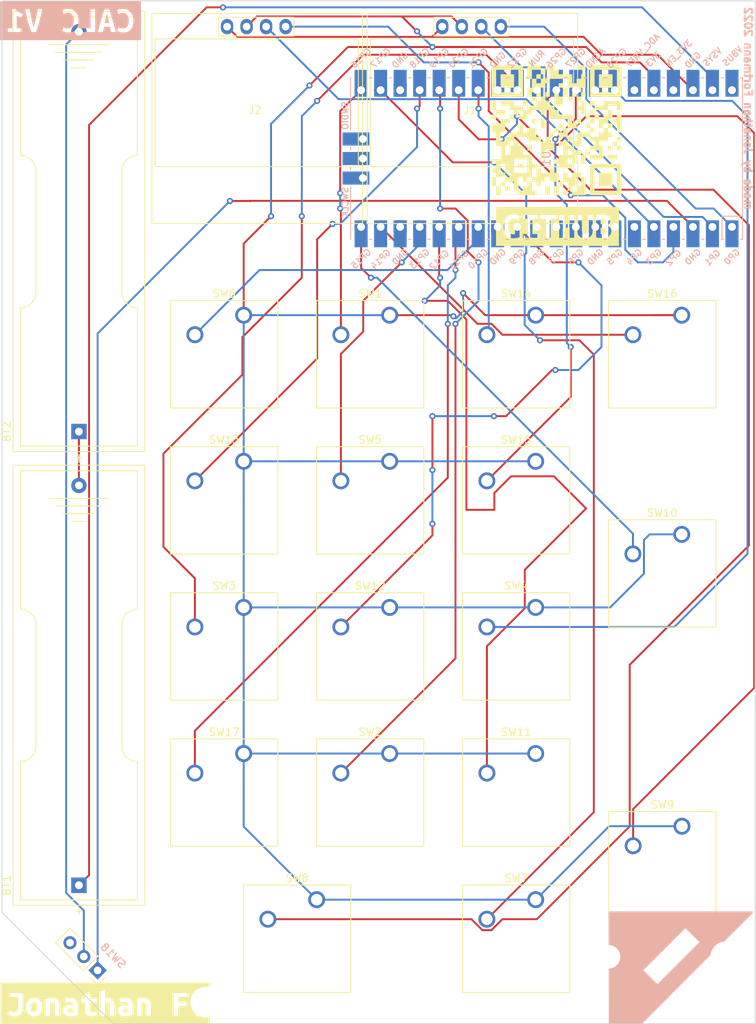
<source format=kicad_pcb>
(kicad_pcb (version 20211014) (generator pcbnew)
  (layers (0 "F.Cu" signal) (31 "B.Cu" signal) (34 "B.Paste" user) (35 "F.Paste" user) (36 "B.SilkS" user "B.Silkscreen") (37 "F.SilkS" user "F.Silkscreen") (38 "B.Mask" user) (39 "F.Mask" user) (44 "Edge.Cuts" user))
  (net 0 "")
  (net 1 "Net-(J1-Pad4)")
  (net 2 "Net-(J1-Pad3)")
  (net 3 "Net-(J1-Pad1)")
  (net 4 "Net-(J1-Pad2)")
  (net 5 "Net-(J2-Pad4)")
  (net 6 "Net-(J2-Pad3)")
  (net 25 "Net-(SW1-Pad2)")
  (net 26 "Net-(SW2-Pad2)")
  (net 27 "Net-(SW3-Pad2)")
  (net 28 "Net-(SW4-Pad2)")
  (net 29 "Net-(SW5-Pad2)")
  (net 30 "Net-(SW6-Pad2)")
  (net 31 "Net-(SW7-Pad2)")
  (net 32 "Net-(SW8-Pad2)")
  (net 33 "Net-(SW9-Pad2)")
  (net 34 "Net-(SW10-Pad2)")
  (net 35 "Net-(SW11-Pad2)")
  (net 36 "Net-(SW12-Pad2)")
  (net 37 "Net-(SW13-Pad2)")
  (net 38 "Net-(SW14-Pad2)")
  (net 39 "Net-(SW15-Pad2)")
  (net 40 "Net-(SW16-Pad2)")
  (net 41 "Net-(SW17-Pad2)")
  (net 42 "Net-(BT1-Pad1)")
  (net 43 "Net-(BT1-Pad2)")
  (net 44 "Net-(BT2-Pad2)")
  (net 45 "Net-(U1-Pad3)")
  (footprint "Button_Switch_Keyboard:SW_Cherry_MX_1.00u_PCB" (layer "F.Cu") (at 111.755 117.35)
    (fp_text reference "SW12")
    (fp_text value "SW_Push")
  )
  (footprint "Button_Switch_Keyboard:SW_Cherry_MX_1.00u_PCB" (layer "F.Cu") (at 130.755 155.35)
    (fp_text reference "SW7")
    (fp_text value "SW_Push")
  )
  (footprint "Button_Switch_Keyboard:SW_Cherry_MX_1.00u_PCB" (layer "F.Cu") (at 130.755 136.35)
    (fp_text reference "SW11")
    (fp_text value "SW_Push")
  )
  (footprint "Button_Switch_Keyboard:SW_Cherry_MX_1.00u_PCB" (layer "F.Cu") (at 130.755 98.35)
    (fp_text reference "SW15")
    (fp_text value "SW_Push")
  )
  (footprint "Button_Switch_Keyboard:SW_Cherry_MX_1.00u_PCB" (layer "F.Cu") (at 92.755 117.35)
    (fp_text reference "SW3")
    (fp_text value "SW_Push")
  )
  (footprint "kibuzzard-630FA8E9" (layer "F.Cu") (at 74.7275 168.83)
    (fp_text reference "kibuzzard-630FA8E9" hide)
    (fp_text value "G***" hide)
  )
  (footprint "Button_Switch_Keyboard:SW_Cherry_MX_1.00u_PCB" (layer "F.Cu") (at 92.755 98.35)
    (fp_text reference "SW13")
    (fp_text value "SW_Push")
  )
  (footprint "Button_Switch_Keyboard:SW_Cherry_MX_1.00u_PCB" (layer "F.Cu") (at 111.755 79.35)
    (fp_text reference "SW1")
    (fp_text value "SW_Push")
  )
  (footprint "Button_Switch_Keyboard:SW_Cherry_MX_2.00u_Vertical_PCB" (layer "F.Cu") (at 149.755 107.85)
    (fp_text reference "SW10")
    (fp_text value "SW_Push")
  )
  (footprint "Button_Switch_Keyboard:SW_Cherry_MX_1.00u_PCB" (layer "F.Cu") (at 111.755 136.35)
    (fp_text reference "SW2")
    (fp_text value "SW_Push")
  )
  (footprint "Connector_PinSocket_2.54mm:PinSocket_1x03_P2.54mm_Vertical" (layer "F.Cu") (at 73.747102 164.542102 -135)
    (fp_text reference "SW18")
    (fp_text value "SW_DPDT_x2")
  )
  (footprint "Button_Switch_Keyboard:SW_Cherry_MX_2.00u_PCB" (layer "F.Cu") (at 102.255 155.35)
    (fp_text reference "SW8")
    (fp_text value "SW_Push")
  )
  (footprint "Battery:BatteryHolder_Keystone_2460_1xAA" (layer "F.Cu") (at 71.315 153.48 90)
    (fp_text reference "BT1")
    (fp_text value "Battery")
  )
  (footprint "Button_Switch_Keyboard:SW_Cherry_MX_1.00u_PCB" (layer "F.Cu") (at 92.755 79.35)
    (fp_text reference "SW6")
    (fp_text value "SW_Push")
  )
  (footprint "kibuzzard-63110344" (layer "F.Cu") (at 133.5875 67.81)
    (fp_text reference "kibuzzard-63110344" hide)
    (fp_text value "G***" hide)
  )
  (footprint "Button_Switch_Keyboard:SW_Cherry_MX_2.00u_Vertical_PCB" (layer "F.Cu") (at 149.785 145.8)
    (fp_text reference "SW9")
    (fp_text value "SW_Push")
  )
  (footprint "Battery:BatteryHolder_Keystone_2460_1xAA" (layer "F.Cu") (at 71.315 94.48 90)
    (fp_text reference "BT2")
    (fp_text value "Battery")
  )
  (footprint "Button_Switch_Keyboard:SW_Cherry_MX_1.00u_PCB" (layer "F.Cu") (at 130.755 79.35)
    (fp_text reference "SW14")
    (fp_text value "SW_Push")
  )
  (footprint "SSD1306:128x64OLED" (layer "F.Cu") (at 94.215 52.43)
    (fp_text reference "J2")
    (fp_text value "Conn_01x04_MountingPin")
  )
  (footprint "Button_Switch_Keyboard:SW_Cherry_MX_1.00u_PCB" (layer "F.Cu") (at 92.755 136.35)
    (fp_text reference "SW17")
    (fp_text value "SW_Push")
  )
  (footprint "Button_Switch_Keyboard:SW_Cherry_MX_1.00u_PCB" (layer "F.Cu") (at 111.755 98.35)
    (fp_text reference "SW5")
    (fp_text value "SW_Push")
  )
  (footprint "SSD1306:128x64OLED" (layer "F.Cu") (at 122.215 52.43)
    (fp_text reference "J1")
    (fp_text value "Conn_01x04_MountingPin")
  )
  (footprint "Button_Switch_Keyboard:SW_Cherry_MX_1.00u_PCB" (layer "F.Cu") (at 149.755 79.35)
    (fp_text reference "SW16")
    (fp_text value "SW_Push")
  )
  (footprint "Button_Switch_Keyboard:SW_Cherry_MX_1.00u_PCB" (layer "F.Cu") (at 130.755 117.35)
    (fp_text reference "SW4")
    (fp_text value "SW_Push")
  )
  (footprint "kibuzzard-630FA917" (layer "B.Cu") (at 70.2275 41.055 180)
    (fp_text reference "kibuzzard-630FA917" hide)
    (fp_text value "G***" hide)
  )
  (footprint "MCU_RaspberryPi_and_Boards:RPi_Pico_SMD_TH" (layer "B.Cu") (at 132.165 58.98 90)
    (fp_text reference "U1")
    (fp_text value "Pico")
  )
  (gr_poly (pts (xy 146.3225 166.705) (xy 147.7875 168.17) (xy 153.8375 162.12) (xy 152.3725 160.655)) (layer "B.SilkS") (width 0.15) (fill solid))
  (gr_poly (pts (xy 140.3675 171.43) (xy 144.5275 171.43) (xy 148.041428 167.916182) (xy 144.635352 164.508911) (xy 150.234373 158.920364) (xy 153.640449 162.317635) (xy 158.9775 156.98) (xy 140.3375 156.98)) (layer "B.SilkS") (width 0.2) (fill solid))
  (gr_poly (pts (xy 132.590416 56.174167) (xy 133.1725 56.174167) (xy 133.1725 55.592083) (xy 132.590416 55.592083)) (layer "F.SilkS") (width 0.01) (fill solid))
  (gr_poly (pts (xy 133.1725 63.74125) (xy 133.754583 63.74125) (xy 133.754583 62.577084) (xy 133.1725 62.577084)) (layer "F.SilkS") (width 0.01) (fill solid))
  (gr_poly (pts (xy 126.769582 63.159167) (xy 127.351666 63.159167) (xy 127.351666 62.577084) (xy 126.769582 62.577084)) (layer "F.SilkS") (width 0.01) (fill solid))
  (gr_poly (pts (xy 138.993333 62.577084) (xy 140.739583 62.577084) (xy 140.739583 60.830833) (xy 138.993333 60.830833)) (layer "F.SilkS") (width 0.01) (fill solid))
  (gr_poly (pts (xy 136.082916 56.75625) (xy 135.500833 56.75625) (xy 135.500833 57.338333) (xy 136.665 57.338333) (xy 136.665 56.174167) (xy 137.829166 56.174167) (xy 137.829166 55.592083) (xy 136.082916 55.592083)) (layer "F.SilkS") (width 0.01) (fill solid))
  (gr_poly (pts (xy 138.41125 53.845834) (xy 138.993333 53.845834) (xy 138.993333 53.26375) (xy 138.41125 53.26375)) (layer "F.SilkS") (width 0.01) (fill solid))
  (gr_poly (pts (xy 136.665 57.920416) (xy 135.500833 57.920416) (xy 135.500833 57.338333) (xy 134.918749 57.338333) (xy 134.918749 56.75625) (xy 133.754583 56.75625) (xy 133.754583 57.338333) (xy 134.336666 57.338333) (xy 134.336666 58.5025) (xy 133.754583 58.5025) (xy 133.754583 59.084583) (xy 133.1725 59.084583) (xy 133.1725 59.666667) (xy 133.754583 59.666667) (xy 133.754583 60.24875) (xy 135.500833 60.24875) (xy 135.500833 59.666667) (xy 134.918749 59.666667) (xy 134.918749 59.084583) (xy 135.500833 59.084583) (xy 135.500833 59.666667) (xy 136.082916 59.666667) (xy 136.082916 58.5025) (xy 135.500833 58.5025) (xy 134.918749 58.5025) (xy 134.918749 57.920416) (xy 135.500833 57.920416) (xy 135.500833 58.5025) (xy 136.082916 58.5025) (xy 136.665 58.5025)) (layer "F.SilkS") (width 0.01) (fill solid))
  (gr_poly (pts (xy 134.336666 55.592083) (xy 133.754583 55.592083) (xy 133.754583 56.174167) (xy 134.918749 56.174167) (xy 134.918749 55.01) (xy 134.336666 55.01)) (layer "F.SilkS") (width 0.01) (fill solid))
  (gr_poly (pts (xy 132.008333 63.74125) (xy 132.590416 63.74125) (xy 132.590416 62.577084) (xy 132.008333 62.577084)) (layer "F.SilkS") (width 0.01) (fill solid))
  (gr_poly (pts (xy 131.42625 48.025) (xy 132.008333 48.025) (xy 132.008333 47.442917) (xy 131.42625 47.442917)) (layer "F.SilkS") (width 0.01) (fill solid))
  (gr_poly (pts (xy 130.844167 48.607083) (xy 131.42625 48.607083) (xy 131.42625 48.025) (xy 130.844167 48.025)) (layer "F.SilkS") (width 0.01) (fill solid))
  (gr_poly (pts (xy 130.262083 54.427917) (xy 130.844167 54.427917) (xy 130.844167 53.845834) (xy 130.262083 53.845834)) (layer "F.SilkS") (width 0.01) (fill solid))
  (gr_poly (pts (xy 127.351666 53.845834) (xy 127.93375 53.845834) (xy 127.93375 53.26375) (xy 127.351666 53.26375)) (layer "F.SilkS") (width 0.01) (fill solid))
  (gr_poly (pts (xy 135.500833 50.935417) (xy 136.082916 50.935417) (xy 136.082916 50.353333) (xy 135.500833 50.353333)) (layer "F.SilkS") (width 0.01) (fill solid))
  (gr_poly (pts (xy 139.575416 52.099583) (xy 138.41125 52.099583) (xy 138.41125 52.681667) (xy 140.1575 52.681667) (xy 140.1575 52.099583) (xy 141.321666 52.099583) (xy 141.321666 52.681667) (xy 141.90375 52.681667) (xy 141.90375 51.5175) (xy 139.575416 51.5175)) (layer "F.SilkS") (width 0.01) (fill solid))
  (gr_poly (pts (xy 141.321666 53.845834) (xy 140.739583 53.845834) (xy 140.739583 54.427917) (xy 141.321666 54.427917) (xy 141.321666 55.592083) (xy 141.90375 55.592083) (xy 141.90375 53.26375) (xy 141.321666 53.26375)) (layer "F.SilkS") (width 0.01) (fill solid))
  (gr_poly (pts (xy 138.993333 49.77125) (xy 140.739583 49.77125) (xy 140.739583 48.025) (xy 138.993333 48.025)) (layer "F.SilkS") (width 0.01) (fill solid))
  (gr_poly (pts (xy 134.918749 51.5175) (xy 135.500833 51.5175) (xy 135.500833 50.935417) (xy 134.918749 50.935417)) (layer "F.SilkS") (width 0.01) (fill solid))
  (gr_poly (pts (xy 133.754583 55.01) (xy 134.336666 55.01) (xy 134.336666 54.427917) (xy 133.754583 54.427917)) (layer "F.SilkS") (width 0.01) (fill solid))
  (gr_poly (pts (xy 130.262083 51.5175) (xy 130.844167 51.5175) (xy 130.844167 50.935417) (xy 130.262083 50.935417)) (layer "F.SilkS") (width 0.01) (fill solid))
  (gr_poly (pts (xy 133.1725 55.592083) (xy 133.754583 55.592083) (xy 133.754583 55.01) (xy 133.1725 55.01)) (layer "F.SilkS") (width 0.01) (fill solid))
  (gr_poly (pts (xy 125.605416 63.74125) (xy 126.187499 63.74125) (xy 126.187499 62.577084) (xy 125.605416 62.577084)) (layer "F.SilkS") (width 0.01) (fill solid))
  (gr_poly (pts (xy 137.829166 50.935417) (xy 141.90375 50.935417) (xy 141.90375 50.353333) (xy 141.321666 50.353333) (xy 138.41125 50.353333) (xy 138.41125 47.442917) (xy 141.321666 47.442917) (xy 141.321666 50.353333) (xy 141.90375 50.353333) (xy 141.90375 46.860833) (xy 137.829166 46.860833)) (layer "F.SilkS") (width 0.01) (fill solid))
  (gr_poly (pts (xy 136.665 50.935417) (xy 137.247083 50.935417) (xy 137.247083 50.353333) (xy 136.665 50.353333)) (layer "F.SilkS") (width 0.01) (fill solid))
  (gr_poly (pts (xy 131.42625 55.01) (xy 132.008333 55.01) (xy 132.008333 53.845834) (xy 131.42625 53.845834)) (layer "F.SilkS") (width 0.01) (fill solid))
  (gr_poly (pts (xy 137.247083 53.845834) (xy 137.829166 53.845834) (xy 137.829166 53.26375) (xy 137.247083 53.26375)) (layer "F.SilkS") (width 0.01) (fill solid))
  (gr_poly (pts (xy 136.665 52.099583) (xy 136.082916 52.099583) (xy 136.082916 52.681667) (xy 136.665 52.681667) (xy 136.665 53.26375) (xy 137.247083 53.26375) (xy 137.247083 51.5175) (xy 136.665 51.5175)) (layer "F.SilkS") (width 0.01) (fill solid))
  (gr_poly (pts (xy 134.918749 49.77125) (xy 134.336666 49.77125) (xy 134.336666 49.189167) (xy 133.754583 49.189167) (xy 133.754583 49.77125) (xy 133.1725 49.77125) (xy 133.1725 52.099583) (xy 134.336666 52.099583) (xy 134.336666 50.935417) (xy 133.754583 50.935417) (xy 133.754583 49.77125) (xy 134.336666 49.77125) (xy 134.336666 50.935417) (xy 134.918749 50.935417)) (layer "F.SilkS") (width 0.01) (fill solid))
  (gr_poly (pts (xy 132.008333 56.75625) (xy 131.42625 56.75625) (xy 131.42625 59.084583) (xy 132.008333 59.084583) (xy 132.008333 57.920416) (xy 133.1725 57.920416) (xy 133.1725 56.75625) (xy 132.590416 56.75625) (xy 132.590416 56.174167) (xy 132.008333 56.174167)) (layer "F.SilkS") (width 0.01) (fill solid))
  (gr_poly (pts (xy 137.247083 55.01) (xy 137.829166 55.01) (xy 137.829166 54.427917) (xy 137.247083 54.427917)) (layer "F.SilkS") (width 0.01) (fill solid))
  (gr_poly (pts (xy 137.829166 55.592083) (xy 138.41125 55.592083) (xy 138.41125 55.01) (xy 137.829166 55.01)) (layer "F.SilkS") (width 0.01) (fill solid))
  (gr_poly (pts (xy 130.844167 61.412917) (xy 130.262083 61.412917) (xy 130.262083 61.995001) (xy 130.844167 61.995001) (xy 130.844167 62.577084) (xy 131.42625 62.577084) (xy 131.42625 61.995001) (xy 132.008333 61.995001) (xy 132.008333 61.412917) (xy 132.590416 61.412917) (xy 132.590416 61.995001) (xy 133.754583 61.995001) (xy 133.754583 60.830833) (xy 133.1725 60.830833) (xy 133.1725 60.24875) (xy 132.590416 60.24875) (xy 132.590416 60.830833) (xy 131.42625 60.830833) (xy 131.42625 60.24875) (xy 130.844167 60.24875)) (layer "F.SilkS") (width 0.01) (fill solid))
  (gr_poly (pts (xy 137.829166 54.427917) (xy 138.41125 54.427917) (xy 138.41125 53.845834) (xy 137.829166 53.845834)) (layer "F.SilkS") (width 0.01) (fill solid))
  (gr_poly (pts (xy 129.097916 52.099583) (xy 129.68 52.099583) (xy 129.68 51.5175) (xy 129.097916 51.5175)) (layer "F.SilkS") (width 0.01) (fill solid))
  (gr_poly (pts (xy 140.739583 57.338333) (xy 141.321666 57.338333) (xy 141.321666 56.75625) (xy 140.739583 56.75625)) (layer "F.SilkS") (width 0.01) (fill solid))
  (gr_poly (pts (xy 137.829166 52.099583) (xy 138.41125 52.099583) (xy 138.41125 51.5175) (xy 137.829166 51.5175)) (layer "F.SilkS") (width 0.01) (fill solid))
  (gr_poly (pts (xy 139.575416 55.592083) (xy 138.993333 55.592083) (xy 138.993333 56.174167) (xy 137.829166 56.174167) (xy 137.829166 56.75625) (xy 138.41125 56.75625) (xy 138.41125 57.338333) (xy 137.829166 57.338333) (xy 137.829166 57.920416) (xy 138.993333 57.920416) (xy 138.993333 58.5025) (xy 137.829166 58.5025) (xy 137.829166 59.084583) (xy 139.575416 59.084583) (xy 139.575416 57.338333) (xy 138.993333 57.338333) (xy 138.993333 56.75625) (xy 140.1575 56.75625) (xy 140.1575 56.174167) (xy 140.739583 56.174167) (xy 140.739583 55.592083) (xy 140.1575 55.592083) (xy 140.1575 55.01) (xy 139.575416 55.01)) (layer "F.SilkS") (width 0.01) (fill solid))
  (gr_poly (pts (xy 136.082916 47.442917) (xy 137.247083 47.442917) (xy 137.247083 46.860833) (xy 136.082916 46.860833)) (layer "F.SilkS") (width 0.01) (fill solid))
  (gr_poly (pts (xy 137.829166 53.26375) (xy 138.41125 53.26375) (xy 138.41125 52.681667) (xy 137.829166 52.681667)) (layer "F.SilkS") (width 0.01) (fill solid))
  (gr_poly (pts (xy 132.008333 50.935417) (xy 132.590416 50.935417) (xy 132.590416 50.353333) (xy 132.008333 50.353333)) (layer "F.SilkS") (width 0.01) (fill solid))
  (gr_poly (pts (xy 125.023333 50.935417) (xy 129.097916 50.935417) (xy 129.097916 50.353333) (xy 128.515833 50.353333) (xy 125.605416 50.353333) (xy 125.605416 47.442917) (xy 128.515833 47.442917) (xy 128.515833 50.353333) (xy 129.097916 50.353333) (xy 129.097916 46.860833) (xy 125.023333 46.860833)) (layer "F.SilkS") (width 0.01) (fill solid))
  (gr_poly (pts (xy 135.500833 61.412917) (xy 134.918749 61.412917) (xy 134.918749 60.830833) (xy 134.336666 60.830833) (xy 134.336666 61.995001) (xy 134.918749 61.995001) (xy 134.918749 63.159167) (xy 135.500833 63.159167) (xy 135.500833 63.74125) (xy 137.247083 63.74125) (xy 137.247083 63.159167) (xy 136.082916 63.159167) (xy 135.500833 63.159167) (xy 135.500833 62.577084) (xy 136.082916 62.577084) (xy 136.082916 63.159167) (xy 137.247083 63.159167) (xy 137.247083 62.577084) (xy 136.665 62.577084) (xy 136.082916 62.577084) (xy 136.082916 61.412917) (xy 136.665 61.412917) (xy 136.665 62.577084) (xy 137.247083 62.577084) (xy 137.247083 61.412917) (xy 136.665 61.412917) (xy 136.665 60.830833) (xy 135.500833 60.830833)) (layer "F.SilkS") (width 0.01) (fill solid))
  (gr_poly (pts (xy 136.082916 51.5175) (xy 136.665 51.5175) (xy 136.665 50.935417) (xy 136.082916 50.935417)) (layer "F.SilkS") (width 0.01) (fill solid))
  (gr_poly (pts (xy 137.247083 58.5025) (xy 137.829166 58.5025) (xy 137.829166 57.920416) (xy 137.247083 57.920416)) (layer "F.SilkS") (width 0.01) (fill solid))
  (gr_poly (pts (xy 140.1575 57.920416) (xy 140.739583 57.920416) (xy 140.739583 57.338333) (xy 140.1575 57.338333)) (layer "F.SilkS") (width 0.01) (fill solid))
  (gr_poly (pts (xy 130.844167 59.666667) (xy 130.262083 59.666667) (xy 130.262083 58.5025) (xy 129.097916 58.5025) (xy 127.351666 58.5025) (xy 126.769582 58.5025) (xy 126.769582 57.338333) (xy 127.351666 57.338333) (xy 127.351666 58.5025) (xy 129.097916 58.5025) (xy 129.097916 57.338333) (xy 128.515833 57.338333) (xy 127.93375 57.338333) (xy 127.351666 57.338333) (xy 127.351666 56.75625) (xy 127.93375 56.75625) (xy 127.93375 57.338333) (xy 128.515833 57.338333) (xy 128.515833 56.75625) (xy 127.93375 56.75625) (xy 127.93375 56.174167) (xy 129.68 56.174167) (xy 129.68 56.75625) (xy 131.42625 56.75625) (xy 131.42625 56.174167) (xy 130.844167 56.174167) (xy 130.844167 55.01) (xy 129.68 55.01) (xy 129.68 55.592083) (xy 129.097916 55.592083) (xy 129.097916 54.427917) (xy 128.515833 54.427917) (xy 128.515833 55.592083) (xy 127.351666 55.592083) (xy 127.351666 56.174167) (xy 126.769582 56.174167) (xy 126.769582 56.75625) (xy 126.187499 56.75625) (xy 126.187499 55.592083) (xy 126.769582 55.592083) (xy 126.769582 54.427917) (xy 127.351666 54.427917) (xy 127.351666 53.845834) (xy 126.187499 53.845834) (xy 126.187499 54.427917) (xy 125.023333 54.427917) (xy 125.023333 55.592083) (xy 125.605416 55.592083) (xy 125.605416 57.338333) (xy 126.187499 57.338333) (xy 126.187499 59.084583) (xy 125.023333 59.084583) (xy 125.023333 59.666667) (xy 125.605416 59.666667) (xy 125.605416 60.24875) (xy 125.023333 60.24875) (xy 125.023333 60.830833) (xy 125.605416 60.830833) (xy 125.605416 61.412917) (xy 126.769582 61.412917) (xy 126.769582 61.995001) (xy 127.93375 61.995001) (xy 127.93375 63.159167) (xy 128.515833 63.159167) (xy 128.515833 63.74125) (xy 130.844167 63.74125) (xy 130.844167 63.159167) (xy 130.262083 63.159167) (xy 130.262083 62.577084) (xy 129.68 62.577084) (xy 129.097916 62.577084) (xy 129.097916 63.159167) (xy 128.515833 63.159167) (xy 128.515833 61.412917) (xy 127.351666 61.412917) (xy 126.769582 61.412917) (xy 126.769582 60.830833) (xy 126.187499 60.830833) (xy 126.187499 59.666667) (xy 126.769582 59.666667) (xy 126.769582 60.830833) (xy 127.351666 60.830833) (xy 127.351666 61.412917) (xy 128.515833 61.412917) (xy 129.097916 61.412917) (xy 129.097916 61.995001) (xy 129.68 61.995001) (xy 129.68 62.577084) (xy 130.262083 62.577084) (xy 130.262083 61.995001) (xy 129.68 61.995001) (xy 129.68 61.412917) (xy 130.262083 61.412917) (xy 130.262083 60.830833) (xy 129.68 60.830833) (xy 127.93375 60.830833) (xy 127.93375 59.084583) (xy 129.68 59.084583) (xy 129.68 60.830833) (xy 130.262083 60.830833) (xy 130.262083 60.24875) (xy 130.844167 60.24875)) (layer "F.SilkS") (width 0.01) (fill solid))
  (gr_poly (pts (xy 131.42625 49.189167) (xy 130.844167 49.189167) (xy 130.844167 48.607083) (xy 130.262083 48.607083) (xy 130.262083 49.77125) (xy 129.68 49.77125) (xy 129.68 50.935417) (xy 130.262083 50.935417) (xy 130.262083 50.353333) (xy 130.844167 50.353333) (xy 130.844167 50.935417) (xy 131.42625 50.935417) (xy 131.42625 49.77125) (xy 132.008333 49.77125) (xy 132.008333 49.189167) (xy 132.590416 49.189167) (xy 132.590416 48.607083) (xy 131.42625 48.607083)) (layer "F.SilkS") (width 0.01) (fill solid))
  (gr_poly (pts (xy 140.1575 59.084583) (xy 141.321666 59.084583) (xy 141.321666 58.5025) (xy 140.1575 58.5025)) (layer "F.SilkS") (width 0.01) (fill solid))
  (gr_poly (pts (xy 125.023333 53.845834) (xy 125.605416 53.845834) (xy 125.605416 53.26375) (xy 125.023333 53.26375)) (layer "F.SilkS") (width 0.01) (fill solid))
  (gr_poly (pts (xy 140.1575 55.01) (xy 140.739583 55.01) (xy 140.739583 54.427917) (xy 140.1575 54.427917)) (layer "F.SilkS") (width 0.01) (fill solid))
  (gr_poly (pts (xy 136.082916 54.427917) (xy 136.665 54.427917) (xy 136.665 53.845834) (xy 136.082916 53.845834)) (layer "F.SilkS") (width 0.01) (fill solid))
  (gr_poly (pts (xy 141.321666 56.75625) (xy 141.90375 56.75625) (xy 141.90375 56.174167) (xy 141.321666 56.174167)) (layer "F.SilkS") (width 0.01) (fill solid))
  (gr_poly (pts (xy 132.008333 47.442917) (xy 132.590416 47.442917) (xy 132.590416 48.607083) (xy 134.918749 48.607083) (xy 134.918749 49.77125) (xy 136.082916 49.77125) (xy 136.082916 50.353333) (xy 136.665 50.353333) (xy 136.665 49.77125) (xy 137.247083 49.77125) (xy 137.247083 48.025) (xy 136.665 48.025) (xy 136.665 48.607083) (xy 136.082916 48.607083) (xy 136.082916 49.189167) (xy 135.500833 49.189167) (xy 135.500833 48.025) (xy 133.754583 48.025) (xy 133.754583 47.442917) (xy 133.1725 47.442917) (xy 133.1725 46.860833) (xy 132.008333 46.860833)) (layer "F.SilkS") (width 0.01) (fill solid))
  (gr_poly (pts (xy 125.605416 61.412917) (xy 125.023333 61.412917) (xy 125.023333 62.577084) (xy 125.605416 62.577084)) (layer "F.SilkS") (width 0.01) (fill solid))
  (gr_poly (pts (xy 131.42625 51.5175) (xy 130.844167 51.5175) (xy 130.844167 52.099583) (xy 129.68 52.099583) (xy 129.68 52.681667) (xy 129.097916 52.681667) (xy 129.097916 53.26375) (xy 128.515833 53.26375) (xy 128.515833 53.845834) (xy 129.68 53.845834) (xy 129.68 53.26375) (xy 130.262083 53.26375) (xy 130.262083 52.681667) (xy 131.42625 52.681667) (xy 131.42625 53.26375) (xy 132.008333 53.26375) (xy 132.008333 52.681667) (xy 132.590416 52.681667) (xy 132.590416 53.845834) (xy 134.918749 53.845834) (xy 134.918749 55.01) (xy 136.082916 55.01) (xy 136.082916 54.427917) (xy 135.500833 54.427917) (xy 135.500833 53.26375) (xy 133.754583 53.26375) (xy 133.754583 52.681667) (xy 133.1725 52.681667) (xy 133.1725 52.099583) (xy 132.590416 52.099583) (xy 132.590416 51.5175) (xy 132.008333 51.5175) (xy 132.008333 50.935417) (xy 131.42625 50.935417)) (layer "F.SilkS") (width 0.01) (fill solid))
  (gr_poly (pts (xy 125.023333 52.681667) (xy 125.605416 52.681667) (xy 125.605416 51.5175) (xy 125.023333 51.5175)) (layer "F.SilkS") (width 0.01) (fill solid))
  (gr_poly (pts (xy 137.829166 63.74125) (xy 141.90375 63.74125) (xy 141.90375 63.159167) (xy 141.321666 63.159167) (xy 138.41125 63.159167) (xy 138.41125 60.24875) (xy 141.321666 60.24875) (xy 141.321666 63.159167) (xy 141.90375 63.159167) (xy 141.90375 59.666667) (xy 137.829166 59.666667)) (layer "F.SilkS") (width 0.01) (fill solid))
  (gr_poly (pts (xy 129.68 57.920416) (xy 130.262083 57.920416) (xy 130.262083 57.338333) (xy 129.68 57.338333)) (layer "F.SilkS") (width 0.01) (fill solid))
  (gr_poly (pts (xy 125.605416 53.26375) (xy 126.769582 53.26375) (xy 126.769582 52.681667) (xy 125.605416 52.681667)) (layer "F.SilkS") (width 0.01) (fill solid))
  (gr_poly (pts (xy 131.42625 46.860833) (xy 129.68 46.860833) (xy 129.68 48.607083) (xy 130.262083 48.607083) (xy 130.262083 47.442917) (xy 131.42625 47.442917)) (layer "F.SilkS") (width 0.01) (fill solid))
  (gr_poly (pts (xy 126.769582 62.577084) (xy 126.769582 61.995001) (xy 126.187499 61.995001) (xy 126.187499 62.577084)) (layer "F.SilkS") (width 0.01) (fill solid))
  (gr_poly (pts (xy 128.515833 60.24875) (xy 129.097916 60.24875) (xy 129.097916 59.666667) (xy 128.515833 59.666667)) (layer "F.SilkS") (width 0.01) (fill solid))
  (gr_poly (pts (xy 134.336666 63.74125) (xy 134.918749 63.74125) (xy 134.918749 63.159167) (xy 134.336666 63.159167)) (layer "F.SilkS") (width 0.01) (fill solid))
  (gr_poly (pts (xy 136.665 59.666667) (xy 137.247083 59.666667) (xy 137.247083 58.5025) (xy 136.665 58.5025)) (layer "F.SilkS") (width 0.01) (fill solid))
  (gr_poly (pts (xy 126.187499 52.099583) (xy 127.351666 52.099583) (xy 127.351666 52.681667) (xy 127.93375 52.681667) (xy 127.93375 53.26375) (xy 128.515833 53.26375) (xy 128.515833 52.681667) (xy 129.097916 52.681667) (xy 129.097916 52.099583) (xy 127.93375 52.099583) (xy 127.93375 51.5175) (xy 126.187499 51.5175)) (layer "F.SilkS") (width 0.01) (fill solid))
  (gr_poly (pts (xy 141.321666 57.920416) (xy 141.90375 57.920416) (xy 141.90375 57.338333) (xy 141.321666 57.338333)) (layer "F.SilkS") (width 0.01) (fill solid))
  (gr_poly (pts (xy 140.1575 53.845834) (xy 140.739583 53.845834) (xy 140.739583 52.681667) (xy 140.1575 52.681667) (xy 140.1575 53.26375) (xy 139.575416 53.26375) (xy 139.575416 53.845834) (xy 138.993333 53.845834) (xy 138.993333 55.01) (xy 139.575416 55.01) (xy 139.575416 54.427917) (xy 140.1575 54.427917)) (layer "F.SilkS") (width 0.01) (fill solid))
  (gr_poly (pts (xy 126.187499 49.77125) (xy 127.93375 49.77125) (xy 127.93375 48.025) (xy 126.187499 48.025)) (layer "F.SilkS") (width 0.01) (fill solid))
  (gr_poly (pts (xy 133.754583 62.577084) (xy 134.336666 62.577084) (xy 134.336666 61.995001) (xy 133.754583 61.995001)) (layer "F.SilkS") (width 0.01) (fill solid))
  (gr_poly (pts (xy 134.918749 56.75625) (xy 135.500833 56.75625) (xy 135.500833 56.174167) (xy 134.918749 56.174167)) (layer "F.SilkS") (width 0.01) (fill solid))
  (gr_line (start 61.315 38.48) (end 159.315 38.48) (layer "Edge.Cuts") (width 0.1))
  (gr_line (start 80.315 171.48) (end 75.795 171.48) (layer "Edge.Cuts") (width 0.1))
  (gr_line (start 159.315 171.48) (end 80.315 171.48) (layer "Edge.Cuts") (width 0.1))
  (gr_line (start 75.795 171.48) (end 61.315 157) (layer "Edge.Cuts") (width 0.1))
  (gr_line (start 159.315 38.48) (end 159.315 171.48) (layer "Edge.Cuts") (width 0.1))
  (gr_line (start 61.315 156.48) (end 61.315 38.48) (layer "Edge.Cuts") (width 0.1))
  (gr_line (start 61.315 156.48) (end 61.315 157) (layer "Edge.Cuts") (width 0.1))
  (gr_text "made by Jonathan Fortmann 2022" (at 158.3975 52.46 -90) (layer "B.SilkS") (effects (font (size 1 1) (thickness 0.25)) (justify mirror)))
  (segment (start 137.34 47.305) (end 137.34 51.265) (width 0.25) (layer "B.Cu") (net 1))
  (segment (start 131.865 41.83) (end 137.34 47.305) (width 0.25) (layer "B.Cu") (net 1))
  (segment (start 151.555 65.48) (end 153.905 65.48) (width 0.25) (layer "B.Cu") (net 1))
  (segment (start 153.905 65.48) (end 156.295 67.87) (width 0.25) (layer "B.Cu") (net 1))
  (segment (start 137.34 51.265) (end 151.555 65.48) (width 0.25) (layer "B.Cu") (net 1))
  (segment (start 126.215 41.83) (end 131.865 41.83) (width 0.25) (layer "B.Cu") (net 1))
  (segment (start 132.07 51.235) (end 147.410136 66.575136) (width 0.25) (layer "B.Cu") (net 2))
  (segment (start 123.675 41.83) (end 128.96 47.115) (width 0.25) (layer "B.Cu") (net 2))
  (segment (start 128.96 47.115) (end 132.07 47.115) (width 0.25) (layer "B.Cu") (net 2))
  (segment (start 152.460136 66.575136) (end 153.755 67.87) (width 0.25) (layer "B.Cu") (net 2))
  (segment (start 147.410136 66.575136) (end 152.460136 66.575136) (width 0.25) (layer "B.Cu") (net 2))
  (segment (start 132.07 47.115) (end 132.07 51.235) (width 0.25) (layer "B.Cu") (net 2))
  (segment (start 90.595 41.83) (end 91.92 43.155) (width 0.25) (layer "F.Cu") (net 3))
  (segment (start 139.315 45.48) (end 146.605 45.48) (width 0.25) (layer "F.Cu") (net 3))
  (segment (start 117.27 43.155) (end 118.595 41.83) (width 0.25) (layer "F.Cu") (net 3))
  (segment (start 117.27 43.155) (end 136.99 43.155) (width 0.25) (layer "F.Cu") (net 3))
  (segment (start 91.92 43.155) (end 117.27 43.155) (width 0.25) (layer "F.Cu") (net 3))
  (segment (start 146.605 45.48) (end 151.215 50.09) (width 0.25) (layer "F.Cu") (net 3))
  (segment (start 136.99 43.155) (end 139.315 45.48) (width 0.25) (layer "F.Cu") (net 3))
  (segment (start 92.755 70.04) (end 96.315 66.48) (width 0.25) (layer "F.Cu") (net 4))
  (segment (start 121.315 76.48) (end 124.185 79.35) (width 0.25) (layer "F.Cu") (net 4))
  (segment (start 113.34 40.505) (end 115.2655 42.4305) (width 0.25) (layer "F.Cu") (net 4))
  (segment (start 115.2655 42.4305) (end 115.315 42.4305) (width 0.25) (layer "F.Cu") (net 4))
  (segment (start 119.902623 79.35) (end 120.0395 79.486877) (width 0.25) (layer "F.Cu") (net 4))
  (segment (start 94.46 40.505) (end 113.34 40.505) (width 0.25) (layer "F.Cu") (net 4))
  (segment (start 149.755 79.35) (end 146.185 79.35) (width 0.25) (layer "F.Cu") (net 4))
  (segment (start 117.315 44.48) (end 123.315 44.48) (width 0.25) (layer "F.Cu") (net 4))
  (segment (start 124.185 79.35) (end 130.755 79.35) (width 0.25) (layer "F.Cu") (net 4))
  (segment (start 113.34 40.505) (end 119.81 40.505) (width 0.25) (layer "F.Cu") (net 4))
  (segment (start 93.135 41.83) (end 94.46 40.505) (width 0.25) (layer "F.Cu") (net 4))
  (segment (start 137.315 44.48) (end 139.315 46.48) (width 0.25) (layer "F.Cu") (net 4))
  (segment (start 123.315 44.48) (end 137.315 44.48) (width 0.25) (layer "F.Cu") (net 4))
  (segment (start 111.755 79.35) (end 119.902623 79.35) (width 0.25) (layer "F.Cu") (net 4))
  (segment (start 92.755 79.35) (end 92.755 70.04) (width 0.25) (layer "F.Cu") (net 4))
  (segment (start 119.81 40.505) (end 121.135 41.83) (width 0.25) (layer "F.Cu") (net 4))
  (segment (start 106.315 44.48) (end 123.315 44.48) (width 0.25) (layer "F.Cu") (net 4))
  (segment (start 144.315 46.48) (end 146.135 48.3) (width 0.25) (layer "F.Cu") (net 4))
  (segment (start 130.755 79.35) (end 149.755 79.35) (width 0.25) (layer "F.Cu") (net 4))
  (segment (start 101.315 49.48) (end 106.315 44.48) (width 0.25) (layer "F.Cu") (net 4))
  (segment (start 139.315 46.48) (end 144.315 46.48) (width 0.25) (layer "F.Cu") (net 4))
  (segment (start 146.135 48.3) (end 146.135 50.09) (width 0.25) (layer "F.Cu") (net 4))
  (via (at 101.315 49.48) (size 0.8) (drill 0.4) (layers "F.Cu" "B.Cu") (net 4))
  (via (at 115.315 42.4305) (size 0.8) (drill 0.4) (layers "F.Cu" "B.Cu") (net 4))
  (via (at 117.315 44.48) (size 0.8) (drill 0.4) (layers "F.Cu" "B.Cu") (net 4))
  (via (at 120.0395 79.486877) (size 0.8) (drill 0.4) (layers "F.Cu" "B.Cu") (net 4))
  (via (at 121.315 76.48) (size 0.8) (drill 0.4) (layers "F.Cu" "B.Cu") (net 4))
  (via (at 96.315 66.48) (size 0.8) (drill 0.4) (layers "F.Cu" "B.Cu") (net 4))
  (segment (start 120.307623 79.755) (end 120.403604 79.755) (width 0.25) (layer "B.Cu") (net 4))
  (segment (start 145.577484 107.85) (end 144.839999 108.587485) (width 0.25) (layer "B.Cu") (net 4))
  (segment (start 92.755 145.85) (end 102.255 155.35) (width 0.25) (layer "B.Cu") (net 4))
  (segment (start 102.255 155.35) (end 130.755 155.35) (width 0.25) (layer "B.Cu") (net 4))
  (segment (start 92.755 136.35) (end 92.755 145.85) (width 0.25) (layer "B.Cu") (net 4))
  (segment (start 92.755 79.35) (end 92.755 98.35) (width 0.25) (layer "B.Cu") (net 4))
  (segment (start 96.315 54.48) (end 101.315 49.48) (width 0.25) (layer "B.Cu") (net 4))
  (segment (start 130.755 155.35) (end 140.305 145.8) (width 0.25) (layer "B.Cu") (net 4))
  (segment (start 130.755 98.35) (end 111.755 98.35) (width 0.25) (layer "B.Cu") (net 4))
  (segment (start 92.755 136.35) (end 111.755 136.35) (width 0.25) (layer "B.Cu") (net 4))
  (segment (start 96.315 66.48) (end 96.315 54.48) (width 0.25) (layer "B.Cu") (net 4))
  (segment (start 115.315 42.48) (end 117.315 44.48) (width 0.25) (layer "B.Cu") (net 4))
  (segment (start 92.755 98.35) (end 92.755 117.35) (width 0.25) (layer "B.Cu") (net 4))
  (segment (start 120.403604 79.755) (end 121.315 78.843604) (width 0.25) (layer "B.Cu") (net 4))
  (segment (start 149.755 107.85) (end 145.577484 107.85) (width 0.25) (layer "B.Cu") (net 4))
  (segment (start 144.839999 112.955001) (end 140.445 117.35) (width 0.25) (layer "B.Cu") (net 4))
  (segment (start 115.315 42.4305) (end 115.315 42.48) (width 0.25) (layer "B.Cu") (net 4))
  (segment (start 140.445 117.35) (end 130.755 117.35) (width 0.25) (layer "B.Cu") (net 4))
  (segment (start 92.755 117.35) (end 92.755 136.35) (width 0.25) (layer "B.Cu") (net 4))
  (segment (start 144.839999 108.587485) (end 144.839999 112.955001) (width 0.25) (layer "B.Cu") (net 4))
  (segment (start 111.755 98.35) (end 92.755 98.35) (width 0.25) (layer "B.Cu") (net 4))
  (segment (start 120.0395 79.486877) (end 120.307623 79.755) (width 0.25) (layer "B.Cu") (net 4))
  (segment (start 92.755 79.35) (end 111.755 79.35) (width 0.25) (layer "B.Cu") (net 4))
  (segment (start 121.315 78.843604) (end 121.315 76.48) (width 0.25) (layer "B.Cu") (net 4))
  (segment (start 111.755 117.35) (end 92.755 117.35) (width 0.25) (layer "B.Cu") (net 4))
  (segment (start 111.755 136.35) (end 130.755 136.35) (width 0.25) (layer "B.Cu") (net 4))
  (segment (start 130.755 117.35) (end 111.755 117.35) (width 0.25) (layer "B.Cu") (net 4))
  (segment (start 140.305 145.8) (end 149.785 145.8) (width 0.25) (layer "B.Cu") (net 4))
  (segment (start 123.315 46.48) (end 124.64 47.805) (width 0.25) (layer "F.Cu") (net 5))
  (segment (start 124.64 52.805) (end 135.315 63.48) (width 0.25) (layer "F.Cu") (net 5))
  (segment (start 124.64 47.805) (end 124.64 52.805) (width 0.25) (layer "F.Cu") (net 5))
  (segment (start 135.315 63.48) (end 135.315 63.7555) (width 0.25) (layer "F.Cu") (net 5))
  (via (at 123.315 46.48) (size 0.8) (drill 0.4) (layers "F.Cu" "B.Cu") (net 5))
  (via (at 135.315 63.7555) (size 0.8) (drill 0.4) (layers "F.Cu" "B.Cu") (net 5))
  (segment (start 142.42 66.695) (end 142.42 70.845) (width 0.25) (layer "B.Cu") (net 5))
  (segment (start 144.055 72.48) (end 147.315 72.48) (width 0.25) (layer "B.Cu") (net 5))
  (segment (start 148.675 71.12) (end 148.675 67.87) (width 0.25) (layer "B.Cu") (net 5))
  (segment (start 98.215 41.83) (end 111.545 41.83) (width 0.25) (layer "B.Cu") (net 5))
  (segment (start 116.195 46.48) (end 123.315 46.48) (width 0.25) (layer "B.Cu") (net 5))
  (segment (start 147.315 72.48) (end 148.675 71.12) (width 0.25) (layer "B.Cu") (net 5))
  (segment (start 142.42 70.845) (end 144.055 72.48) (width 0.25) (layer "B.Cu") (net 5))
  (segment (start 139.4805 63.7555) (end 142.42 66.695) (width 0.25) (layer "B.Cu") (net 5))
  (segment (start 111.545 41.83) (end 116.195 46.48) (width 0.25) (layer "B.Cu") (net 5))
  (segment (start 135.315 63.7555) (end 139.4805 63.7555) (width 0.25) (layer "B.Cu") (net 5))
  (segment (start 129.53 51.265) (end 146.135 67.87) (width 0.25) (layer "B.Cu") (net 6))
  (segment (start 95.675 41.83) (end 105.11 51.265) (width 0.25) (layer "B.Cu") (net 6))
  (segment (start 105.11 51.265) (end 129.53 51.265) (width 0.25) (layer "B.Cu") (net 6))
  (segment (start 105.405 65.57) (end 105.315 65.48) (width 0.25) (layer "F.Cu") (net 25))
  (segment (start 105.315 63.48) (end 105.315 52.81) (width 0.25) (layer "F.Cu") (net 25))
  (segment (start 105.405 81.89) (end 105.405 65.57) (width 0.25) (layer "F.Cu") (net 25))
  (segment (start 105.315 52.81) (end 108.035 50.09) (width 0.25) (layer "F.Cu") (net 25))
  (via (at 105.315 65.48) (size 0.8) (drill 0.4) (layers "F.Cu" "B.Cu") (net 25))
  (via (at 105.315 63.48) (size 0.8) (drill 0.4) (layers "F.Cu" "B.Cu") (net 25))
  (segment (start 105.315 65.48) (end 105.315 63.48) (width 0.25) (layer "B.Cu") (net 25))
  (segment (start 118.315 50.21) (end 118.195 50.09) (width 0.25) (layer "F.Cu") (net 26))
  (segment (start 123.315 72.48) (end 121.91 71.075) (width 0.25) (layer "F.Cu") (net 26))
  (segment (start 121.91 71.075) (end 121.91 67.075) (width 0.25) (layer "F.Cu") (net 26))
  (segment (start 120.315 123.98) (end 120.315 105.48) (width 0.25) (layer "F.Cu") (net 26))
  (segment (start 120.315 65.48) (end 118.315 65.48) (width 0.25) (layer "F.Cu") (net 26))
  (segment (start 105.405 138.89) (end 120.315 123.98) (width 0.25) (layer "F.Cu") (net 26))
  (segment (start 118.315 52.48) (end 118.315 50.21) (width 0.25) (layer "F.Cu") (net 26))
  (segment (start 121.91 67.075) (end 120.315 65.48) (width 0.25) (layer "F.Cu") (net 26))
  (segment (start 120.315 105.48) (end 120.315 80.48) (width 0.25) (layer "F.Cu") (net 26))
  (via (at 123.315 72.48) (size 0.8) (drill 0.4) (layers "F.Cu" "B.Cu") (net 26))
  (via (at 118.315 52.48) (size 0.8) (drill 0.4) (layers "F.Cu" "B.Cu") (net 26))
  (via (at 118.315 65.48) (size 0.8) (drill 0.4) (layers "F.Cu" "B.Cu") (net 26))
  (via (at 120.315 80.48) (size 0.8) (drill 0.4) (layers "F.Cu" "B.Cu") (net 26))
  (segment (start 123.315 77.48) (end 123.315 72.48) (width 0.25) (layer "B.Cu") (net 26))
  (segment (start 120.315 80.48) (end 123.315 77.48) (width 0.25) (layer "B.Cu") (net 26))
  (segment (start 118.315 65.48) (end 118.315 52.48) (width 0.25) (layer "B.Cu") (net 26))
  (segment (start 82.315 97.355003) (end 92.590001 87.080002) (width 0.25) (layer "F.Cu") (net 27))
  (segment (start 92.590001 87.080002) (end 92.590001 82.204999) (width 0.25) (layer "F.Cu") (net 27))
  (segment (start 102.315 51.48) (end 108.315 45.48) (width 0.25) (layer "F.Cu") (net 27))
  (segment (start 124.315 45.48) (end 128.355 49.52) (width 0.25) (layer "F.Cu") (net 27))
  (segment (start 86.405 113.57) (end 82.315 109.48) (width 0.25) (layer "F.Cu") (net 27))
  (segment (start 82.315 109.48) (end 82.315 97.355003) (width 0.25) (layer "F.Cu") (net 27))
  (segment (start 86.405 119.89) (end 86.405 113.57) (width 0.25) (layer "F.Cu") (net 27))
  (segment (start 128.355 49.52) (end 128.355 50.09) (width 0.25) (layer "F.Cu") (net 27))
  (segment (start 92.590001 82.204999) (end 100.315 74.48) (width 0.25) (layer "F.Cu") (net 27))
  (segment (start 108.315 45.48) (end 124.315 45.48) (width 0.25) (layer "F.Cu") (net 27))
  (segment (start 100.315 74.48) (end 100.315 66.48) (width 0.25) (layer "F.Cu") (net 27))
  (via (at 102.315 51.48) (size 0.8) (drill 0.4) (layers "F.Cu" "B.Cu") (net 27))
  (via (at 100.315 66.48) (size 0.8) (drill 0.4) (layers "F.Cu" "B.Cu") (net 27))
  (segment (start 100.315 53.48) (end 102.315 51.48) (width 0.25) (layer "B.Cu") (net 27))
  (segment (start 100.315 66.48) (end 100.315 53.48) (width 0.25) (layer "B.Cu") (net 27))
  (segment (start 158.315 110.374825) (end 158.315 53.48) (width 0.25) (layer "B.Cu") (net 28))
  (segment (start 156.315 51.48) (end 142.445 51.48) (width 0.25) (layer "B.Cu") (net 28))
  (segment (start 142.445 51.48) (end 141.055 50.09) (width 0.25) (layer "B.Cu") (net 28))
  (segment (start 124.405 119.89) (end 148.799825 119.89) (width 0.25) (layer "B.Cu") (net 28))
  (segment (start 158.315 53.48) (end 156.315 51.48) (width 0.25) (layer "B.Cu") (net 28))
  (segment (start 148.799825 119.89) (end 158.315 110.374825) (width 0.25) (layer "B.Cu") (net 28))
  (segment (start 108.315 77.48) (end 113.315 72.48) (width 0.25) (layer "F.Cu") (net 29))
  (segment (start 105.405 84.39) (end 108.315 81.48) (width 0.25) (layer "F.Cu") (net 29))
  (segment (start 108.315 81.48) (end 108.315 77.48) (width 0.25) (layer "F.Cu") (net 29))
  (segment (start 105.405 100.89) (end 105.405 84.39) (width 0.25) (layer "F.Cu") (net 29))
  (via (at 113.315 72.48) (size 0.8) (drill 0.4) (layers "F.Cu" "B.Cu") (net 29))
  (segment (start 115.655 70.14) (end 115.655 67.87) (width 0.25) (layer "B.Cu") (net 29))
  (segment (start 113.315 72.48) (end 115.655 70.14) (width 0.25) (layer "B.Cu") (net 29))
  (segment (start 94.815 73.48) (end 119.275 73.48) (width 0.25) (layer "B.Cu") (net 30))
  (segment (start 86.405 81.89) (end 94.815 73.48) (width 0.25) (layer "B.Cu") (net 30))
  (segment (start 123.275 69.48) (end 123.275 67.87) (width 0.25) (layer "B.Cu") (net 30))
  (segment (start 119.275 73.48) (end 123.275 69.48) (width 0.25) (layer "B.Cu") (net 30))
  (segment (start 138.314999 84.479999) (end 136.4495 82.6145) (width 0.25) (layer "F.Cu") (net 31))
  (segment (start 125.3645 59.48) (end 119.965 59.48) (width 0.25) (layer "F.Cu") (net 31))
  (segment (start 138.314999 143.980001) (end 138.314999 84.479999) (width 0.25) (layer "F.Cu") (net 31))
  (segment (start 119.965 59.48) (end 110.575 50.09) (width 0.25) (layer "F.Cu") (net 31))
  (segment (start 136.4495 82.6145) (end 131.315 82.6145) (width 0.25) (layer "F.Cu") (net 31))
  (segment (start 124.405 157.89) (end 138.314999 143.980001) (width 0.25) (layer "F.Cu") (net 31))
  (via (at 125.3645 59.48) (size 0.8) (drill 0.4) (layers "F.Cu" "B.Cu") (net 31))
  (via (at 131.315 82.6145) (size 0.8) (drill 0.4) (layers "F.Cu" "B.Cu") (net 31))
  (segment (start 129.315 80.6145) (end 129.315 71.48) (width 0.25) (layer "B.Cu") (net 31))
  (segment (start 131.315 82.6145) (end 129.315 80.6145) (width 0.25) (layer "B.Cu") (net 31))
  (segment (start 129.315 71.48) (end 129.53 71.265) (width 0.25) (layer "B.Cu") (net 31))
  (segment (start 129.53 63.6455) (end 125.3645 59.48) (width 0.25) (layer "B.Cu") (net 31))
  (segment (start 129.53 71.265) (end 129.53 63.6455) (width 0.25) (layer "B.Cu") (net 31))
  (segment (start 153.884253 63.0305) (end 137.8655 63.0305) (width 0.25) (layer "F.Cu") (net 32))
  (segment (start 123.340305 56.48) (end 120.735 53.874695) (width 0.25) (layer "F.Cu") (net 32))
  (segment (start 137.8655 63.0305) (end 128.315 53.48) (width 0.25) (layer "F.Cu") (net 32))
  (segment (start 126.420255 157.89) (end 130.905 157.89) (width 0.25) (layer "F.Cu") (net 32))
  (segment (start 123.814745 159.315) (end 124.995255 159.315) (width 0.25) (layer "F.Cu") (net 32))
  (segment (start 142.985 145.81) (end 142.985 124.81) (width 0.25) (layer "F.Cu") (net 32))
  (segment (start 130.905 157.89) (end 142.985 145.81) (width 0.25) (layer "F.Cu") (net 32))
  (segment (start 158.496246 67.642493) (end 153.884253 63.0305) (width 0.25) (layer "F.Cu") (net 32))
  (segment (start 126.315 56.48) (end 123.340305 56.48) (width 0.25) (layer "F.Cu") (net 32))
  (segment (start 120.735 53.874695) (end 120.735 50.09) (width 0.25) (layer "F.Cu") (net 32))
  (segment (start 122.389745 157.89) (end 123.814745 159.315) (width 0.25) (layer "F.Cu") (net 32))
  (segment (start 158.496246 109.298754) (end 158.496246 67.642493) (width 0.25) (layer "F.Cu") (net 32))
  (segment (start 142.985 124.81) (end 158.496246 109.298754) (width 0.25) (layer "F.Cu") (net 32))
  (segment (start 124.995255 159.315) (end 126.420255 157.89) (width 0.25) (layer "F.Cu") (net 32))
  (segment (start 95.905 157.89) (end 122.389745 157.89) (width 0.25) (layer "F.Cu") (net 32))
  (via (at 128.315 53.48) (size 0.8) (drill 0.4) (layers "F.Cu" "B.Cu") (net 32))
  (via (at 126.315 56.48) (size 0.8) (drill 0.4) (layers "F.Cu" "B.Cu") (net 32))
  (segment (start 128.315 53.48) (end 128.315 54.48) (width 0.25) (layer "B.Cu") (net 32))
  (segment (start 128.315 54.48) (end 126.315 56.48) (width 0.25) (layer "B.Cu") (net 32))
  (segment (start 133.014695 57.205) (end 132.315 56.505305) (width 0.25) (layer "F.Cu") (net 33))
  (segment (start 137.340305 53.48) (end 133.615305 57.205) (width 0.25) (layer "F.Cu") (net 33))
  (segment (start 132.315 56.505305) (end 132.315 51.21) (width 0.25) (layer "F.Cu") (net 33))
  (segment (start 132.315 51.21) (end 133.435 50.09) (width 0.25) (layer "F.Cu") (net 33))
  (segment (start 159.19 55.673753) (end 156.996247 53.48) (width 0.25) (layer "F.Cu") (net 33))
  (segment (start 156.996247 53.48) (end 137.340305 53.48) (width 0.25) (layer "F.Cu") (net 33))
  (segment (start 159.19 127.812516) (end 159.19 55.673753) (width 0.25) (layer "F.Cu") (net 33))
  (segment (start 143.435 148.34) (end 143.435 143.567516) (width 0.25) (layer "F.Cu") (net 33))
  (segment (start 133.615305 57.205) (end 133.014695 57.205) (width 0.25) (layer "F.Cu") (net 33))
  (segment (start 143.435 143.567516) (end 159.19 127.812516) (width 0.25) (layer "F.Cu") (net 33))
  (segment (start 109.315 74.48) (end 108.035 73.2) (width 0.25) (layer "F.Cu") (net 34))
  (segment (start 108.035 73.2) (end 108.035 67.87) (width 0.25) (layer "F.Cu") (net 34))
  (via (at 109.315 74.48) (size 0.8) (drill 0.4) (layers "F.Cu" "B.Cu") (net 34))
  (segment (start 110.123551 74.48) (end 109.315 74.48) (width 0.25) (layer "B.Cu") (net 34))
  (segment (start 143.405 107.761449) (end 110.123551 74.48) (width 0.25) (layer "B.Cu") (net 34))
  (segment (start 143.405 110.39) (end 143.405 107.761449) (width 0.25) (layer "B.Cu") (net 34))
  (segment (start 121.734824 104.655001) (end 121.734824 79.899824) (width 0.25) (layer "F.Cu") (net 35))
  (segment (start 127.540256 100.299745) (end 125.374824 102.465177) (width 0.25) (layer "F.Cu") (net 35))
  (segment (start 129.33 112.465) (end 137.315 104.48) (width 0.25) (layer "F.Cu") (net 35))
  (segment (start 118.195 74.36) (end 118.195 67.87) (width 0.25) (layer "F.Cu") (net 35))
  (segment (start 121.734824 79.899824) (end 119.315 77.48) (width 0.25) (layer "F.Cu") (net 35))
  (segment (start 125.374824 102.465177) (end 125.374824 104.655001) (width 0.25) (layer "F.Cu") (net 35))
  (segment (start 129.33 117.465) (end 129.33 112.465) (width 0.25) (layer "F.Cu") (net 35))
  (segment (start 137.315 104.48) (end 133.134745 100.299745) (width 0.25) (layer "F.Cu") (net 35))
  (segment (start 125.374824 104.655001) (end 121.734824 104.655001) (width 0.25) (layer "F.Cu") (net 35))
  (segment (start 133.134745 100.299745) (end 127.540256 100.299745) (width 0.25) (layer "F.Cu") (net 35))
  (segment (start 124.405 122.39) (end 129.33 117.465) (width 0.25) (layer "F.Cu") (net 35))
  (segment (start 124.405 138.89) (end 124.405 122.39) (width 0.25) (layer "F.Cu") (net 35))
  (segment (start 118.315 74.48) (end 118.195 74.36) (width 0.25) (layer "F.Cu") (net 35))
  (segment (start 119.315 77.48) (end 116.315 77.48) (width 0.25) (layer "F.Cu") (net 35))
  (via (at 116.315 77.48) (size 0.8) (drill 0.4) (layers "F.Cu" "B.Cu") (net 35))
  (via (at 118.315 74.48) (size 0.8) (drill 0.4) (layers "F.Cu" "B.Cu") (net 35))
  (segment (start 118.315 75.48) (end 118.315 74.48) (width 0.25) (layer "B.Cu") (net 35))
  (segment (start 116.315 77.48) (end 118.315 75.48) (width 0.25) (layer "B.Cu") (net 35))
  (segment (start 132.882516 86.48) (end 133.315 86.48) (width 0.25) (layer "F.Cu") (net 36))
  (segment (start 132.965 72.48) (end 128.355 67.87) (width 0.25) (layer "F.Cu") (net 36))
  (segment (start 136.315 72.48) (end 132.965 72.48) (width 0.25) (layer "F.Cu") (net 36))
  (segment (start 117.315 107.98) (end 117.315 106.48) (width 0.25) (layer "F.Cu") (net 36))
  (segment (start 125.315 92.48) (end 126.882516 92.48) (width 0.25) (layer "F.Cu") (net 36))
  (segment (start 117.315 99.48) (end 117.315 92.48) (width 0.25) (layer "F.Cu") (net 36))
  (segment (start 126.882516 92.48) (end 132.882516 86.48) (width 0.25) (layer "F.Cu") (net 36))
  (segment (start 105.405 119.89) (end 117.315 107.98) (width 0.25) (layer "F.Cu") (net 36))
  (via (at 117.315 92.48) (size 0.8) (drill 0.4) (layers "F.Cu" "B.Cu") (net 36))
  (via (at 136.315 72.48) (size 0.8) (drill 0.4) (layers "F.Cu" "B.Cu") (net 36))
  (via (at 117.315 106.48) (size 0.8) (drill 0.4) (layers "F.Cu" "B.Cu") (net 36))
  (via (at 117.315 99.48) (size 0.8) (drill 0.4) (layers "F.Cu" "B.Cu") (net 36))
  (via (at 125.315 92.48) (size 0.8) (drill 0.4) (layers "F.Cu" "B.Cu") (net 36))
  (via (at 133.315 86.48) (size 0.8) (drill 0.4) (layers "F.Cu" "B.Cu") (net 36))
  (segment (start 139.315 83.48) (end 139.315 75.48) (width 0.25) (layer "B.Cu") (net 36))
  (segment (start 136.315 86.48) (end 139.315 83.48) (width 0.25) (layer "B.Cu") (net 36))
  (segment (start 139.315 75.48) (end 136.315 72.48) (width 0.25) (layer "B.Cu") (net 36))
  (segment (start 133.315 86.48) (end 136.315 86.48) (width 0.25) (layer "B.Cu") (net 36))
  (segment (start 117.315 106.48) (end 117.315 99.48) (width 0.25) (layer "B.Cu") (net 36))
  (segment (start 117.315 92.48) (end 125.315 92.48) (width 0.25) (layer "B.Cu") (net 36))
  (segment (start 86.405 100.89) (end 102.315 84.98) (width 0.25) (layer "F.Cu") (net 37))
  (segment (start 102.315 69.48) (end 104.315 67.48) (width 0.25) (layer "F.Cu") (net 37))
  (segment (start 115.315 52.48) (end 115.655 52.14) (width 0.25) (layer "F.Cu") (net 37))
  (segment (start 102.315 84.98) (end 102.315 69.48) (width 0.25) (layer "F.Cu") (net 37))
  (segment (start 115.655 52.14) (end 115.655 50.09) (width 0.25) (layer "F.Cu") (net 37))
  (via (at 115.315 52.48) (size 0.8) (drill 0.4) (layers "F.Cu" "B.Cu") (net 37))
  (via (at 104.315 67.48) (size 0.8) (drill 0.4) (layers "F.Cu" "B.Cu") (net 37))
  (segment (start 115.315 57.48) (end 115.315 52.48) (width 0.25) (layer "B.Cu") (net 37))
  (segment (start 105.315 67.48) (end 115.315 57.48) (width 0.25) (layer "B.Cu") (net 37))
  (segment (start 104.315 67.48) (end 105.315 67.48) (width 0.25) (layer "B.Cu") (net 37))
  (segment (start 123.315 50.13) (end 123.275 50.09) (width 0.25) (layer "F.Cu") (net 38))
  (segment (start 123.315 52.48) (end 123.315 50.13) (width 0.25) (layer "F.Cu") (net 38))
  (via (at 123.315 52.48) (size 0.8) (drill 0.4) (layers "F.Cu" "B.Cu") (net 38))
  (segment (start 124.405 81.89) (end 124.64 81.655) (width 0.25) (layer "B.Cu") (net 38))
  (segment (start 124.315 54.48) (end 123.315 53.48) (width 0.25) (layer "B.Cu") (net 38))
  (segment (start 123.315 53.48) (end 123.315 52.48) (width 0.25) (layer "B.Cu") (net 38))
  (segment (start 124.64 81.655) (end 124.64 54.805) (width 0.25) (layer "B.Cu") (net 38))
  (segment (start 124.64 54.805) (end 124.315 54.48) (width 0.25) (layer "B.Cu") (net 38))
  (segment (start 135.315 89.98) (end 135.315 83.48) (width 0.25) (layer "F.Cu") (net 39))
  (segment (start 135.975 53.82) (end 135.975 50.09) (width 0.25) (layer "F.Cu") (net 39))
  (segment (start 124.405 100.89) (end 135.315 89.98) (width 0.25) (layer "F.Cu") (net 39))
  (segment (start 133.315 56.48) (end 135.975 53.82) (width 0.25) (layer "F.Cu") (net 39))
  (via (at 133.315 56.48) (size 0.8) (drill 0.4) (layers "F.Cu" "B.Cu") (net 39))
  (via (at 135.315 83.48) (size 0.8) (drill 0.4) (layers "F.Cu" "B.Cu") (net 39))
  (segment (start 134.8 64.965) (end 133.315 63.48) (width 0.25) (layer "B.Cu") (net 39))
  (segment (start 134.8 82.965) (end 134.8 64.965) (width 0.25) (layer "B.Cu") (net 39))
  (segment (start 133.315 63.48) (end 133.315 56.48) (width 0.25) (layer "B.Cu") (net 39))
  (segment (start 135.315 83.48) (end 134.8 82.965) (width 0.25) (layer "B.Cu") (net 39))
  (segment (start 124.995255 80.465) (end 123.17 80.465) (width 0.25) (layer "F.Cu") (net 40))
  (segment (start 123.17 80.465) (end 110.575 67.87) (width 0.25) (layer "F.Cu") (net 40))
  (segment (start 143.405 81.89) (end 126.420255 81.89) (width 0.25) (layer "F.Cu") (net 40))
  (segment (start 126.420255 81.89) (end 124.995255 80.465) (width 0.25) (layer "F.Cu") (net 40))
  (segment (start 86.405 133.39) (end 119.315 100.48) (width 0.25) (layer "F.Cu") (net 41))
  (segment (start 119.315 100.48) (end 119.315 80.48) (width 0.25) (layer "F.Cu") (net 41))
  (segment (start 86.405 138.89) (end 86.405 133.39) (width 0.25) (layer "F.Cu") (net 41))
  (segment (start 120.315 73.48) (end 120.315 68.29) (width 0.25) (layer "F.Cu") (net 41))
  (segment (start 120.315 68.29) (end 120.735 67.87) (width 0.25) (layer "F.Cu") (net 41))
  (via (at 119.315 80.48) (size 0.8) (drill 0.4) (layers "F.Cu" "B.Cu") (net 41))
  (via (at 120.315 73.48) (size 0.8) (drill 0.4) (layers "F.Cu" "B.Cu") (net 41))
  (segment (start 119.315 80.48) (end 119.315 75.48) (width 0.25) (layer "B.Cu") (net 41))
  (segment (start 119.315 75.48) (end 120.315 74.48) (width 0.25) (layer "B.Cu") (net 41))
  (segment (start 120.315 74.48) (end 120.315 73.48) (width 0.25) (layer "B.Cu") (net 41))
  (segment (start 72.64 152.155) (end 71.315 153.48) (width 0.25) (layer "F.Cu") (net 42))
  (segment (start 90.065 39.32) (end 87.925 39.32) (width 0.25) (layer "F.Cu") (net 42))
  (segment (start 72.64 54.605) (end 72.64 152.155) (width 0.25) (layer "F.Cu") (net 42))
  (segment (start 87.925 39.32) (end 72.64 54.605) (width 0.25) (layer "F.Cu") (net 42))
  (via (at 90.065 39.32) (size 0.8) (drill 0.4) (layers "F.Cu" "B.Cu") (net 42))
  (segment (start 153.755 48.48) (end 144.595 39.32) (width 0.25) (layer "B.Cu") (net 42))
  (segment (start 144.595 39.32) (end 90.065 39.32) (width 0.25) (layer "B.Cu") (net 42))
  (segment (start 153.755 50.09) (end 153.755 48.48) (width 0.25) (layer "B.Cu") (net 42))
  (segment (start 71.315 101.49) (end 71.315 94.48) (width 0.25) (layer "F.Cu") (net 43))
  (segment (start 69.660272 44.144728) (end 71.315 42.49) (width 0.25) (layer "B.Cu") (net 44))
  (segment (start 71.951051 162.746051) (end 71.951051 156.766051) (width 0.25) (layer "B.Cu") (net 44))
  (segment (start 69.660272 154.475272) (end 69.660272 44.144728) (width 0.25) (layer "B.Cu") (net 44))
  (segment (start 71.951051 156.766051) (end 69.660272 154.475272) (width 0.25) (layer "B.Cu") (net 44))
  (segment (start 93.535 64.48) (end 93.655 64.48) (width 0.25) (layer "F.Cu") (net 45))
  (segment (start 90.975 64.5) (end 93.635 64.5) (width 0.25) (layer "F.Cu") (net 45))
  (segment (start 93.655 64.48) (end 147.825 64.48) (width 0.25) (layer "F.Cu") (net 45))
  (segment (start 93.635 64.5) (end 93.655 64.48) (width 0.25) (layer "F.Cu") (net 45))
  (segment (start 147.825 64.48) (end 151.215 67.87) (width 0.25) (layer "F.Cu") (net 45))
  (via (at 90.975 64.5) (size 0.8) (drill 0.4) (layers "F.Cu" "B.Cu") (net 45))
  (segment (start 74.37 81.105) (end 90.975 64.5) (width 0.25) (layer "B.Cu") (net 45))
  (segment (start 73.747102 164.542102) (end 73.747102 81.727898) (width 0.25) (layer "B.Cu") (net 45))
  (segment (start 73.747102 81.727898) (end 74.37 81.105) (width 0.25) (layer "B.Cu") (net 45))
)
</source>
